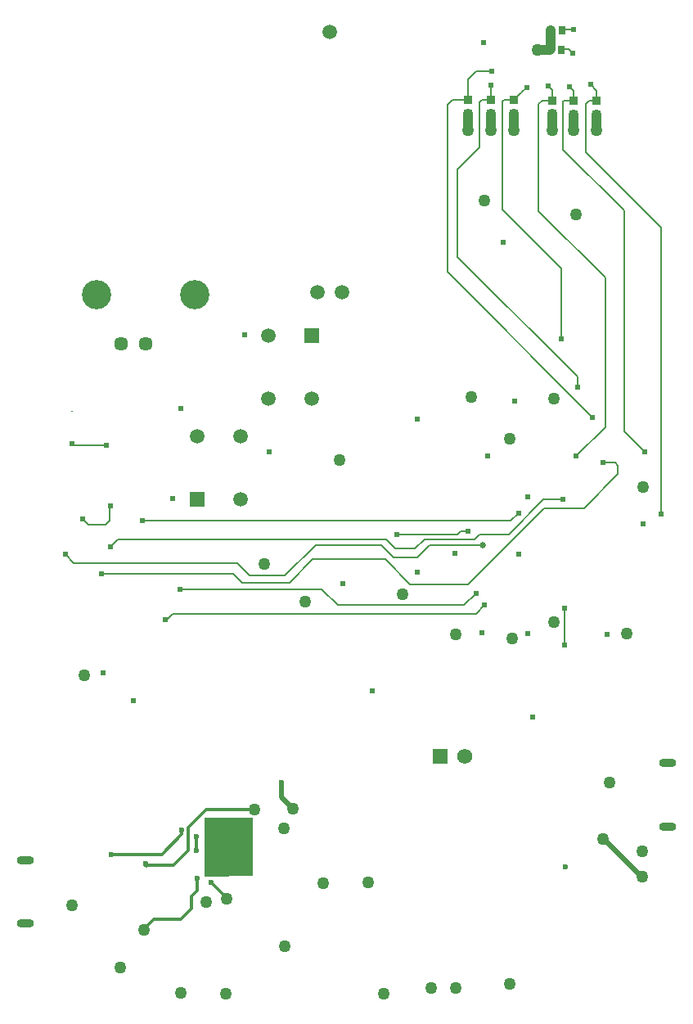
<source format=gbl>
G04*
G04 #@! TF.GenerationSoftware,Altium Limited,Altium Designer,23.4.1 (23)*
G04*
G04 Layer_Physical_Order=4*
G04 Layer_Color=16711680*
%FSLAX25Y25*%
%MOIN*%
G70*
G04*
G04 #@! TF.SameCoordinates,C2C47735-DA82-4273-8B30-92E5B03AA998*
G04*
G04*
G04 #@! TF.FilePolarity,Positive*
G04*
G01*
G75*
%ADD10C,0.00787*%
%ADD36R,0.02953X0.03543*%
%ADD40R,0.03788X0.03681*%
%ADD87C,0.01968*%
%ADD89C,0.01968*%
%ADD90C,0.01181*%
%ADD91C,0.03937*%
%ADD92C,0.06201*%
%ADD93R,0.06201X0.06201*%
%ADD94O,0.07087X0.03543*%
%ADD95C,0.05906*%
%ADD96R,0.05906X0.05906*%
%ADD97C,0.05984*%
%ADD98C,0.05693*%
%ADD99C,0.11870*%
%ADD100C,0.02400*%
%ADD101C,0.05000*%
%ADD102C,0.02362*%
%ADD103C,0.02500*%
G36*
X350394Y146850D02*
X331066Y146464D01*
X330709Y146814D01*
Y170472D01*
X350394D01*
Y146850D01*
D02*
G37*
D10*
X277479Y322047D02*
X290945D01*
X276790Y322736D02*
X277479Y322047D01*
X276673Y322736D02*
X276722Y322785D01*
Y336171D02*
X276772Y336220D01*
X476280Y483169D02*
X476476Y483366D01*
X479113D01*
X480786Y481693D02*
X480807D01*
X479113Y483366D02*
X480786Y481693D01*
X476378Y491142D02*
X476575Y491339D01*
X481102D01*
X385039Y257087D02*
X436614D01*
X378642Y263484D02*
X385039Y257087D01*
X436614D02*
X441339Y261811D01*
X288976Y269685D02*
X342520D01*
X346063Y266142D01*
X420347Y283733D02*
X440820D01*
X442913Y285827D01*
X416535Y279921D02*
X420347Y283733D01*
X409055Y285827D02*
X433837D01*
X435018Y287008D01*
X404724Y283733D02*
X408536Y279921D01*
X416535D01*
X295544Y283733D02*
X404724D01*
X417323Y276378D02*
X422441Y281496D01*
X444094D01*
X402756D02*
X407874Y276378D01*
X292520Y280709D02*
X295544Y283733D01*
X363386Y268898D02*
X375984Y281496D01*
X402756D01*
X407874Y276378D02*
X417323D01*
X442913Y285827D02*
X454724D01*
X365354Y266142D02*
X374803Y275591D01*
X404331D01*
X320965Y263484D02*
X378642D01*
X346063Y266142D02*
X365354D01*
X344094Y274016D02*
X349213Y268898D01*
X363386D01*
X277559Y274016D02*
X344094D01*
X442913Y443307D02*
Y461811D01*
X443663Y462561D01*
X433858Y434252D02*
X442913Y443307D01*
X433858Y398819D02*
Y434252D01*
Y398819D02*
X482776Y349902D01*
X486122Y441437D02*
Y461024D01*
X476772Y442520D02*
Y462039D01*
X486122Y461024D02*
X487598Y462500D01*
X476772Y462039D02*
X477233Y462500D01*
X486122Y441437D02*
X516929Y410630D01*
X476772Y442520D02*
X501673Y417618D01*
X477233Y462500D02*
X481201D01*
X452165Y418110D02*
Y461932D01*
Y418110D02*
X476083Y394193D01*
X452794Y462561D02*
X456791D01*
X456845D01*
X452165Y461932D02*
X452794Y462561D01*
X443663D02*
X447638D01*
X466929Y461122D02*
X468330Y462523D01*
X466929Y417421D02*
X493996Y390354D01*
X468330Y462523D02*
X472343D01*
X466929Y417421D02*
Y461122D01*
X487992Y468996D02*
X490551Y466437D01*
Y462500D02*
Y466437D01*
X320866Y263386D02*
X320965Y263484D01*
X274016Y277559D02*
X277559Y274016D01*
X516929Y294094D02*
Y410630D01*
X501673Y327657D02*
Y417618D01*
Y327657D02*
X510039Y319291D01*
X482283Y317622D02*
X493996Y329335D01*
Y390354D01*
X429823Y392618D02*
X488976Y333465D01*
X429823Y392618D02*
Y460630D01*
X493307Y314961D02*
X498032D01*
X476083Y365650D02*
Y394193D01*
X475984Y365551D02*
X476083Y365650D01*
X482776Y345669D02*
Y349902D01*
X482677Y345571D02*
X482776Y345669D01*
X456845Y462561D02*
X459920Y465636D01*
Y465690D02*
X462046Y467815D01*
X459920Y465636D02*
Y465690D01*
X462046Y467815D02*
X462106D01*
X472343Y462523D02*
Y466711D01*
X470768Y468286D02*
X472343Y466711D01*
X438287Y462598D02*
X438294Y462605D01*
X441535Y474311D02*
X447736D01*
X438294Y471070D02*
X441535Y474311D01*
X438294Y462605D02*
Y471070D01*
X447638Y462561D02*
Y468701D01*
X487598Y462500D02*
X490551D01*
X479429Y468209D02*
X481201Y466437D01*
Y462500D02*
Y466437D01*
X431791Y462598D02*
X438287D01*
X429823Y460630D02*
X431791Y462598D01*
X441339Y253543D02*
X444882Y257087D01*
X317804Y253543D02*
X441339D01*
X314961Y251181D02*
X315442D01*
X317804Y253543D01*
X477362Y240846D02*
X477411Y240896D01*
Y255758D02*
X477461Y255807D01*
X477411Y240896D02*
Y255758D01*
X455512Y291339D02*
X458661Y294488D01*
X305512Y291339D02*
X455512D01*
X454724Y285827D02*
X468898Y300000D01*
X476772D01*
X435018Y287008D02*
X438189D01*
X485433Y296457D02*
X499213Y310236D01*
X438189Y265354D02*
X469291Y296457D01*
X485433D01*
X414567Y265354D02*
X438189D01*
X499213Y310236D02*
Y313780D01*
X498032Y314961D02*
X499213Y313780D01*
X404331Y275591D02*
X414567Y265354D01*
X283465Y289764D02*
X290551D01*
X292211Y291424D02*
Y296936D01*
X290551Y289764D02*
X292211Y291424D01*
X281102Y292126D02*
X283465Y289764D01*
X292211Y296936D02*
X292520Y297244D01*
D36*
X471654Y491142D02*
D03*
X471555Y483169D02*
D03*
X476378Y491142D02*
D03*
X476280Y483169D02*
D03*
D40*
X481201Y456867D02*
D03*
X490551D02*
D03*
X472343Y456890D02*
D03*
X447638Y456928D02*
D03*
X456791D02*
D03*
X438287Y456965D02*
D03*
X472343Y462523D02*
D03*
X438287Y462598D02*
D03*
X456791Y462561D02*
D03*
X447638D02*
D03*
X481201Y462500D02*
D03*
X490551D02*
D03*
D87*
X340551Y163681D02*
D03*
X337500Y160728D02*
D03*
X340551D02*
D03*
X343602D02*
D03*
X337500Y156594D02*
D03*
X340551D02*
D03*
X343602D02*
D03*
X340551Y153642D02*
D03*
D89*
X276673Y322736D02*
X276790D01*
X508858Y146457D02*
X509055D01*
X493504Y161811D02*
X508858Y146457D01*
X493307Y161811D02*
X493504D01*
X362158Y178787D02*
X366929Y174016D01*
X362158Y178787D02*
Y184646D01*
X306693Y151575D02*
X307087Y151181D01*
X306299Y124803D02*
Y125197D01*
X339764Y137402D02*
Y137598D01*
X333465Y143898D02*
Y144095D01*
X327438Y157055D02*
X327559Y156933D01*
Y157087D01*
X327362Y162795D02*
X327438Y162720D01*
D90*
X325590Y133465D02*
Y138332D01*
X321260Y129134D02*
X325590Y133465D01*
X306299Y125197D02*
X310236Y129134D01*
X321260D01*
X307087Y151181D02*
X318110D01*
X324122Y157193D01*
Y166248D01*
X331496Y173622D02*
X351181D01*
X324122Y166248D02*
X331496Y173622D01*
X327953Y140695D02*
Y145669D01*
X325590Y138332D02*
X327953Y140695D01*
X333465Y143898D02*
X339764Y137598D01*
X327438Y157055D02*
Y162720D01*
X292913Y155512D02*
X313386D01*
X321457Y163583D01*
Y165551D01*
D91*
X438287Y450492D02*
Y456965D01*
X438189Y450394D02*
X438287Y450492D01*
X490551Y450350D02*
Y456867D01*
X481102Y450350D02*
X481201Y450449D01*
Y456867D01*
X472343Y450492D02*
X472441Y450394D01*
X472343Y450492D02*
Y456890D01*
X447638Y450394D02*
Y456928D01*
X456693Y450394D02*
X456791Y450492D01*
Y456928D01*
X466339Y483169D02*
X471555D01*
X471654Y483268D01*
Y491142D01*
D92*
X436811Y195374D02*
D03*
D93*
X426968D02*
D03*
D94*
X257752Y153220D02*
D03*
Y127236D02*
D03*
X519587Y166732D02*
D03*
Y192717D02*
D03*
D95*
X356890Y341142D02*
D03*
Y366732D02*
D03*
X327756Y325787D02*
D03*
X345472D02*
D03*
Y300197D02*
D03*
X374606Y341142D02*
D03*
D96*
X327756Y300197D02*
D03*
X374606Y366732D02*
D03*
D97*
X381890Y490394D02*
D03*
X376890Y384409D02*
D03*
X386890D02*
D03*
D98*
X296772Y363465D02*
D03*
X306772D02*
D03*
D99*
X326772Y383465D02*
D03*
X286772D02*
D03*
D100*
X289370Y229528D02*
D03*
X290945Y322047D02*
D03*
X276673Y322736D02*
D03*
X444390Y486220D02*
D03*
X321260Y337008D02*
D03*
X399213Y222047D02*
D03*
X464567Y211417D02*
D03*
X458661Y277559D02*
D03*
X417323Y332677D02*
D03*
X387008Y265748D02*
D03*
X417323Y270472D02*
D03*
X462598Y301181D02*
D03*
X443701Y245768D02*
D03*
X452362Y404823D02*
D03*
X457087Y340157D02*
D03*
X462598Y245276D02*
D03*
X494882Y244980D02*
D03*
X446063Y317717D02*
D03*
X480807Y481693D02*
D03*
X509449Y290157D02*
D03*
X481102Y491339D02*
D03*
X317717Y300394D02*
D03*
X347244Y366929D02*
D03*
X301969Y218110D02*
D03*
X357087Y319291D02*
D03*
X432677Y277953D02*
D03*
X288976Y269685D02*
D03*
X409055Y285827D02*
D03*
X487992Y468996D02*
D03*
X320866Y263386D02*
D03*
X510039Y319291D02*
D03*
X488976Y333465D02*
D03*
X493307Y314961D02*
D03*
X475984Y365551D02*
D03*
X482677Y345571D02*
D03*
X447736Y474311D02*
D03*
X447638Y468701D02*
D03*
X462106Y467815D02*
D03*
X479429Y468209D02*
D03*
X470768Y468286D02*
D03*
X477362Y240846D02*
D03*
X477461Y255807D02*
D03*
X458661Y294488D02*
D03*
X305512Y291339D02*
D03*
X476772Y300000D02*
D03*
X438189Y287008D02*
D03*
X292520Y280709D02*
D03*
Y297244D02*
D03*
X274016Y277559D02*
D03*
X314961Y251181D02*
D03*
X444882Y257087D02*
D03*
X441339Y261811D02*
D03*
X516929Y294094D02*
D03*
X281102Y292126D02*
D03*
X482283Y317622D02*
D03*
D101*
X281890Y228346D02*
D03*
X397638Y144095D02*
D03*
X379134Y143701D02*
D03*
X493307Y161811D02*
D03*
X509055Y146457D02*
D03*
Y156693D02*
D03*
X495669Y184646D02*
D03*
X455118Y102756D02*
D03*
X276772Y134646D02*
D03*
X366929Y174016D02*
D03*
X362992Y166142D02*
D03*
X363386Y118110D02*
D03*
X351181Y173622D02*
D03*
X306299Y124803D02*
D03*
X339764Y137402D02*
D03*
X321260Y99213D02*
D03*
X339370Y98819D02*
D03*
X296457Y109449D02*
D03*
X433071Y101181D02*
D03*
X423228D02*
D03*
X403937Y98819D02*
D03*
X331496Y136221D02*
D03*
X444685Y421850D02*
D03*
X371654Y258268D02*
D03*
X411417Y261417D02*
D03*
X355118Y273622D02*
D03*
X385827Y316142D02*
D03*
X438189Y450394D02*
D03*
X490551Y450350D02*
D03*
X481102D02*
D03*
X472441Y450394D02*
D03*
X447638D02*
D03*
X456693D02*
D03*
X482283Y416142D02*
D03*
X509449Y305118D02*
D03*
X439567Y341732D02*
D03*
X455118Y324803D02*
D03*
X502854Y245472D02*
D03*
X473228Y250000D02*
D03*
X466339Y483169D02*
D03*
X433071Y244980D02*
D03*
X456299Y243307D02*
D03*
X473228Y340945D02*
D03*
D102*
X477953Y150394D02*
D03*
X362158Y184646D02*
D03*
X306693Y151575D02*
D03*
X327953Y145669D02*
D03*
X333465Y144095D02*
D03*
X327559Y156933D02*
D03*
X327362Y162795D02*
D03*
X292913Y155512D02*
D03*
X321457Y165551D02*
D03*
D103*
X444094Y281496D02*
D03*
M02*

</source>
